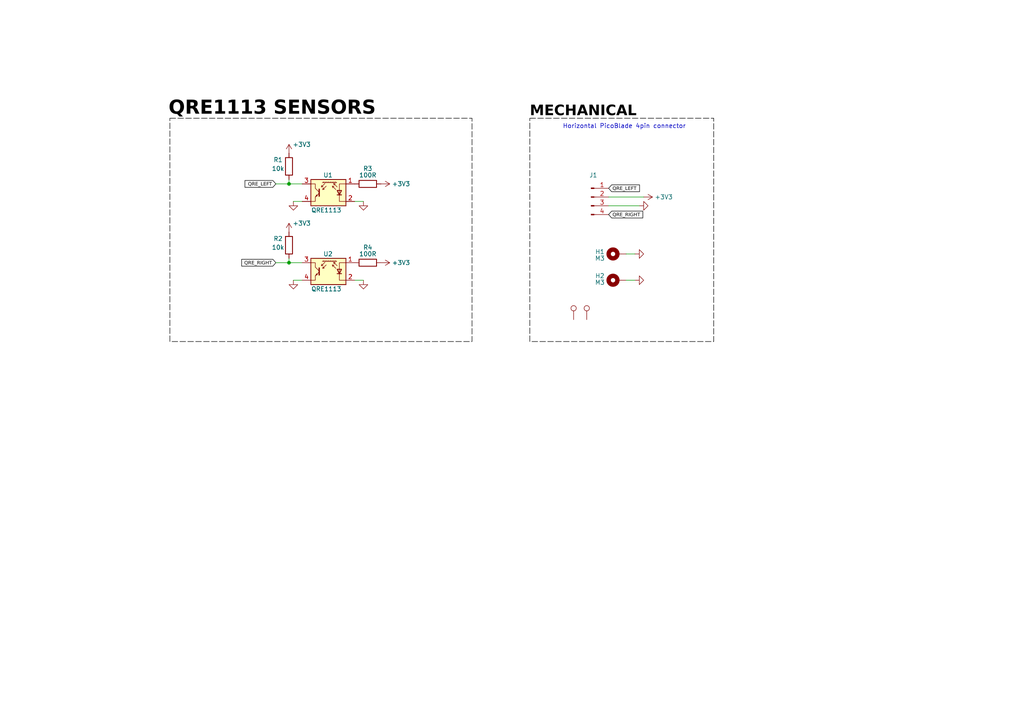
<source format=kicad_sch>
(kicad_sch (version 20250114) (generator "eeschema") (generator_version "9.0")
  (paper "A4")
  (lib_symbols
    (symbol "Connector:Conn_01x04_Pin" (pin_names (offset 1.016) (hide yes))
      (property "Reference" "J" (at 0 5.08 0))
      (property "Value" "Conn_01x04_Pin" (at 0 -7.62 0))
      (symbol "Conn_01x04_Pin_1_1"
        (rectangle (start 0.8636 2.667) (end 0 2.413) (stroke (width 0.1524)) (fill (type outline)))
        (rectangle (start 0.8636 0.127) (end 0 -0.127) (stroke (width 0.1524)) (fill (type outline)))
        (rectangle (start 0.8636 -2.413) (end 0 -2.667) (stroke (width 0.1524)) (fill (type outline)))
        (rectangle (start 0.8636 -4.953) (end 0 -5.207) (stroke (width 0.1524)) (fill (type outline)))
        (polyline (pts (xy 1.27 2.54) (xy 0.8636 2.54)) (stroke (width 0.1524)))
        (polyline (pts (xy 1.27 0) (xy 0.8636 0)) (stroke (width 0.1524)))
        (polyline (pts (xy 1.27 -2.54) (xy 0.8636 -2.54)) (stroke (width 0.1524)))
        (polyline (pts (xy 1.27 -5.08) (xy 0.8636 -5.08)) (stroke (width 0.1524)))
        (pin passive line (at 5.08 2.54 180) (length 3.81) (name "Pin_1") (number "1"))
        (pin passive line (at 5.08 0 180) (length 3.81) (name "Pin_2") (number "2"))
        (pin passive line (at 5.08 -2.54 180) (length 3.81) (name "Pin_3") (number "3"))
        (pin passive line (at 5.08 -5.08 180) (length 3.81) (name "Pin_4") (number "4"))
      )
    )
    (symbol "Connector:TestPoint" (pin_numbers (hide yes)) (pin_names (offset 0.762) (hide yes))
      (property "Reference" "TP" (at 0 6.858 0))
      (property "Value" "TestPoint" (at 0 5.08 0))
      (symbol "TestPoint_0_1"
        (circle (center 0 3.302) (radius 0.762))
      )
      (symbol "TestPoint_1_1"
        (pin passive line (at 0 0 90) (length 2.54) (name "1") (number "1"))
      )
    )
    (symbol "Device:R" (pin_numbers (hide yes)) (pin_names (offset 0))
      (property "Reference" "R" (at 2.032 0 90))
      (property "Value" "R" (at 0 0 90))
      (symbol "R_0_1"
        (rectangle (start -1.016 -2.54) (end 1.016 2.54) (stroke (width 0.254)))
      )
      (symbol "R_1_1"
        (pin passive line (at 0 3.81 270) (length 1.27) (name "~") (number "1"))
        (pin passive line (at 0 -3.81 90) (length 1.27) (name "~") (number "2"))
      )
    )
    (symbol "GND_1" (power) (pin_names (offset 0))
      (property "Value" "GND_1" (at 0 -3.81 0))
      (symbol "GND_1_0_1"
        (polyline (pts (xy 0 0) (xy 0 -1.27) (xy 1.27 -1.27) (xy 0 -2.54) (xy -1.27 -1.27) (xy 0 -1.27)))
      )
      (symbol "GND_1_1_1"
        (pin power_in line (at 0 0 270) (length 0) (hide yes) (name "GND") (number "1"))
      )
    )
    (symbol "Mechanical:MountingHole_Pad" (pin_numbers (hide yes)) (pin_names (offset 1.016) (hide yes))
      (property "Reference" "H" (at 0 6.35 0))
      (property "Value" "MountingHole_Pad" (at 0 4.445 0))
      (symbol "MountingHole_Pad_0_1"
        (circle (center 0 1.27) (radius 1.27) (stroke (width 1.27)))
      )
      (symbol "MountingHole_Pad_1_1"
        (pin input line (at 0 -2.54 90) (length 2.54) (name "1") (number "1"))
      )
    )
    (symbol "Sensor_Proximity:QRE1113" (pin_names (offset 0.0254) (hide yes))
      (property "Reference" "U" (at -3.81 5.08 0))
      (property "Value" "QRE1113" (at 8.89 5.08 0))
      (symbol "QRE1113_0_1"
        (polyline (pts (xy -5.08 -2.54) (xy -3.175 -2.54) (xy -3.175 2.54) (xy -5.08 2.54)))
        (polyline (pts (xy -5.08 -3.81) (xy 5.08 -3.81) (xy 5.08 3.81) (xy -5.08 3.81) (xy -5.08 -3.81)) (stroke (width 0.254)) (fill (type background)))
        (polyline (pts (xy -3.81 -0.635) (xy -2.54 -0.635)) (stroke (width 0.254)))
        (polyline (pts (xy -3.175 -0.635) (xy -3.81 0.635) (xy -2.54 0.635) (xy -3.175 -0.635)) (stroke (width 0.254)))
        (polyline (pts (xy -2.54 1.651) (xy -1.524 2.667) (xy -2.032 2.54)))
        (polyline (pts (xy -2.286 2.921) (xy -2.032 3.175)))
        (polyline (pts (xy -2.159 0.889) (xy -1.143 1.905) (xy -1.651 1.778)))
        (polyline (pts (xy -1.778 2.921) (xy -1.524 3.175)))
        (polyline (pts (xy -1.524 2.667) (xy -1.651 2.159)))
        (polyline (pts (xy -1.27 2.921) (xy -1.016 3.175)))
        (polyline (pts (xy -1.143 1.905) (xy -1.27 1.397)))
        (polyline (pts (xy -0.762 2.921) (xy -0.508 3.175)))
        (polyline (pts (xy -0.254 2.921) (xy 0 3.175)))
        (polyline (pts (xy 0.254 2.921) (xy 0.508 3.175)))
        (polyline (pts (xy 0.635 1.905) (xy 1.651 0.889) (xy 1.524 1.397)))
        (polyline (pts (xy 0.762 2.921) (xy 1.016 3.175)))
        (polyline (pts (xy 1.016 2.667) (xy 2.032 1.651) (xy 1.905 2.159)))
        (polyline (pts (xy 1.27 2.921) (xy 1.524 3.175)))
        (polyline (pts (xy 1.651 0.889) (xy 1.143 1.016)))
        (polyline (pts (xy 1.778 2.921) (xy -2.413 2.921)))
        (polyline (pts (xy 2.032 1.651) (xy 1.524 1.778)))
        (polyline (pts (xy 2.667 1.016) (xy 2.667 -1.016) (xy 2.667 -1.016)) (stroke (width 0.3556)))
        (polyline (pts (xy 2.667 0.127) (xy 3.81 1.27)))
        (polyline (pts (xy 2.667 -0.127) (xy 3.81 -1.27)))
        (polyline (pts (xy 3.683 -1.143) (xy 3.429 -0.635) (xy 3.175 -0.889) (xy 3.683 -1.143)))
        (polyline (pts (xy 3.81 1.27) (xy 3.81 2.54) (xy 5.08 2.54)))
        (polyline (pts (xy 3.81 -1.27) (xy 3.81 -2.54) (xy 5.08 -2.54)))
      )
      (symbol "QRE1113_1_1"
        (pin passive line (at -7.62 2.54 0) (length 2.54) (name "A") (number "1"))
        (pin passive line (at -7.62 -2.54 0) (length 2.54) (name "K") (number "2"))
        (pin open_collector line (at 7.62 2.54 180) (length 2.54) (name "~") (number "3"))
        (pin open_emitter line (at 7.62 -2.54 180) (length 2.54) (name "~") (number "4"))
      )
    )
    (symbol "power:+3V3" (power) (pin_names (offset 0))
      (property "Value" "+3V3" (at 0 3.556 0))
      (symbol "+3V3_0_1"
        (polyline (pts (xy -0.762 1.27) (xy 0 2.54)))
        (polyline (pts (xy 0 2.54) (xy 0.762 1.27)))
        (polyline (pts (xy 0 0) (xy 0 2.54)))
      )
      (symbol "+3V3_1_1"
        (pin power_in line (at 0 0 90) (length 0) (hide yes) (name "+3V3") (number "1"))
      )
    )
  )
  (rectangle (start 153.67 34.29) (end 207.01 99.06) (stroke (width 0) (type dash) (color 0 0 0 1)))
  (rectangle (start 49.276 34.29) (end 136.906 99.06) (stroke (width 0) (type dash) (color 0 0 0 1)))
  (text "QRE1113 SENSORS" (at 48.895 34.925 0) (effects (font (size 4 4) (thickness 0.6) (bold yes)) (justify left bottom)))
  (text "Horizontal PicoBlade 4pin connector" (at 163.195 37.465 0) (effects (font (size 1.27 1.27)) (justify left bottom)))
  (text "MECHANICAL" (at 153.67 34.925 0) (effects (font (size 3 3) (thickness 0.6) (bold yes)) (justify left bottom)))
  (junction (at 83.82 76.2))
  (junction (at 83.82 53.34))
  (wire (pts (xy 176.53 57.15) (xy 186.69 57.15)))
  (wire (pts (xy 105.41 58.42) (xy 102.87 58.42)))
  (wire (pts (xy 184.15 73.66) (xy 181.61 73.66)))
  (wire (pts (xy 85.09 58.42) (xy 87.63 58.42)))
  (wire (pts (xy 83.82 53.34) (xy 80.01 53.34)))
  (wire (pts (xy 185.42 59.69) (xy 176.53 59.69)))
  (wire (pts (xy 83.82 74.93) (xy 83.82 76.2)))
  (wire (pts (xy 83.82 52.07) (xy 83.82 53.34)))
  (wire (pts (xy 87.63 53.34) (xy 83.82 53.34)))
  (wire (pts (xy 184.15 81.28) (xy 181.61 81.28)))
  (wire (pts (xy 83.82 76.2) (xy 80.01 76.2)))
  (wire (pts (xy 87.63 76.2) (xy 83.82 76.2)))
  (wire (pts (xy 85.09 81.28) (xy 87.63 81.28)))
  (wire (pts (xy 105.41 81.28) (xy 102.87 81.28)))
  (global_label "QRE_RIGHT" (shape input) (at 176.53 62.23 0) (effects (font (size 1 1))) (property "Intersheetrefs" "${INTERSHEET_REFS}" (effects (hide yes))))
  (global_label "QRE_LEFT" (shape input) (at 80.01 53.34 180) (effects (font (size 1 1))) (property "Intersheetrefs" "${INTERSHEET_REFS}" (effects (hide yes))))
  (global_label "QRE_LEFT" (shape input) (at 176.53 54.61 0) (effects (font (size 1 1))) (property "Intersheetrefs" "${INTERSHEET_REFS}" (effects (hide yes))))
  (global_label "QRE_RIGHT" (shape input) (at 80.01 76.2 180) (effects (font (size 1 1))) (property "Intersheetrefs" "${INTERSHEET_REFS}" (effects (hide yes))))
  (symbol (lib_id "Connector:Conn_01x04_Pin") (at 171.45 57.15 0) (unit 1)
    (property "Reference" "J1" (at 172.085 50.8 0))
    (property "Value" "Conn_01x04_Pin" (effects (hide yes)))
    (property "Footprint" "Connector_Molex:Molex_PicoBlade_53261-0471_1x04-1MP_P1.25mm_Horizontal" (effects (hide yes)))
  )
  (symbol (lib_id "power:+3V3") (at 110.49 76.2 270) (mirror x) (unit 1)
    (property "Reference" "#PWR08" (effects (hide yes)))
    (property "Value" "+3V3" (at 113.665 76.2 90) (effects (justify left)))
  )
  (symbol (lib_name "GND_1") (lib_id "power:GND") (at 105.41 81.28 0) (mirror y) (unit 1)
    (property "Reference" "#PWR06" (effects (hide yes)))
    (property "Value" "GND" (effects (hide yes)))
  )
  (symbol (lib_id "power:+3V3") (at 83.82 44.45 0) (mirror y) (unit 1)
    (property "Reference" "#PWR01" (effects (hide yes)))
    (property "Value" "+3V3" (at 90.17 41.91 0) (effects (justify left)))
  )
  (symbol (lib_id "Device:R") (at 106.68 53.34 90) (mirror x) (unit 1)
    (property "Reference" "R3" (at 106.68 48.895 90))
    (property "Value" "100R" (at 106.68 50.8 90))
    (property "Footprint" "Resistor_SMD:R_0805_2012Metric_Pad1.20x1.40mm_HandSolder" (effects (hide yes)))
  )
  (symbol (lib_name "GND_1") (lib_id "power:GND") (at 184.15 81.28 90) (unit 1)
    (property "Reference" "#PWR010" (effects (hide yes)))
    (property "Value" "GND" (effects (hide yes)))
  )
  (symbol (lib_name "GND_1") (lib_id "power:GND") (at 85.09 81.28 0) (mirror y) (unit 1)
    (property "Reference" "#PWR04" (effects (hide yes)))
    (property "Value" "GND" (effects (hide yes)))
  )
  (symbol (lib_name "GND_1") (lib_id "power:GND") (at 85.09 58.42 0) (mirror y) (unit 1)
    (property "Reference" "#PWR03" (effects (hide yes)))
    (property "Value" "GND" (effects (hide yes)))
  )
  (symbol (lib_id "Device:R") (at 83.82 71.12 0) (mirror y) (unit 1)
    (property "Reference" "R2" (at 80.645 69.215 0))
    (property "Value" "10k" (at 80.645 71.755 0))
    (property "Footprint" "Resistor_SMD:R_0805_2012Metric_Pad1.20x1.40mm_HandSolder" (effects (hide yes)))
  )
  (symbol (lib_id "Connector:TestPoint") (at 170.18 92.71 0) (unit 1)
    (property "Reference" "TP2" (effects (hide yes)))
    (property "Value" "TestPoint" (effects (hide yes)))
    (property "Footprint" "sumec_graphic:OWO_IMG" (effects (hide yes)))
    (property "Description" "test point" (effects (hide yes)))
  )
  (symbol (lib_name "GND_1") (lib_id "power:GND") (at 184.15 73.66 90) (unit 1)
    (property "Reference" "#PWR09" (effects (hide yes)))
    (property "Value" "GND" (effects (hide yes)))
  )
  (symbol (lib_id "Connector:TestPoint") (at 166.37 92.71 0) (unit 1)
    (property "Reference" "TP1" (effects (hide yes)))
    (property "Value" "TestPoint" (effects (hide yes)))
    (property "Footprint" "sumec_graphic:BOYKISSER_IMG" (effects (hide yes)))
    (property "Description" "test point" (effects (hide yes)))
  )
  (symbol (lib_id "Mechanical:MountingHole_Pad") (at 179.07 81.28 90) (unit 1)
    (property "Reference" "H2" (at 173.99 80.01 90))
    (property "Value" "M3" (at 173.99 81.915 90))
    (property "Footprint" "MountingHole:MountingHole_3.2mm_M3_Pad_Via" (effects (hide yes)))
  )
  (symbol (lib_name "GND_1") (lib_id "power:GND") (at 105.41 58.42 0) (mirror y) (unit 1)
    (property "Reference" "#PWR05" (effects (hide yes)))
    (property "Value" "GND" (effects (hide yes)))
  )
  (symbol (lib_id "power:+3V3") (at 83.82 67.31 0) (mirror y) (unit 1)
    (property "Reference" "#PWR02" (effects (hide yes)))
    (property "Value" "+3V3" (at 90.17 64.77 0) (effects (justify left)))
  )
  (symbol (lib_id "Sensor_Proximity:QRE1113") (at 95.25 78.74 0) (mirror y) (unit 1)
    (property "Reference" "U2" (at 96.52 73.66 0) (effects (justify left)))
    (property "Value" "QRE1113" (at 99.06 83.82 0) (effects (justify left)))
    (property "Footprint" "OptoDevice:OnSemi_CASE100CY" (effects (hide yes)))
    (property "Datasheet" "http://www.onsemi.com/pub/Collateral/QRE1113-D.PDF" (effects (hide yes)))
  )
  (symbol (lib_id "power:+3V3") (at 110.49 53.34 270) (mirror x) (unit 1)
    (property "Reference" "#PWR07" (effects (hide yes)))
    (property "Value" "+3V3" (at 113.665 53.34 90) (effects (justify left)))
  )
  (symbol (lib_id "Device:R") (at 83.82 48.26 0) (mirror y) (unit 1)
    (property "Reference" "R1" (at 80.645 46.355 0))
    (property "Value" "10k" (at 80.645 48.895 0))
    (property "Footprint" "Resistor_SMD:R_0805_2012Metric_Pad1.20x1.40mm_HandSolder" (effects (hide yes)))
  )
  (symbol (lib_id "Sensor_Proximity:QRE1113") (at 95.25 55.88 0) (mirror y) (unit 1)
    (property "Reference" "U1" (at 96.52 50.8 0) (effects (justify left)))
    (property "Value" "QRE1113" (at 99.06 60.96 0) (effects (justify left)))
    (property "Footprint" "OptoDevice:OnSemi_CASE100CY" (effects (hide yes)))
    (property "Datasheet" "http://www.onsemi.com/pub/Collateral/QRE1113-D.PDF" (effects (hide yes)))
  )
  (symbol (lib_id "Mechanical:MountingHole_Pad") (at 179.07 73.66 90) (unit 1)
    (property "Reference" "H1" (at 173.99 73.025 90))
    (property "Value" "M3" (at 173.99 74.93 90))
    (property "Footprint" "MountingHole:MountingHole_3.2mm_M3_Pad_Via" (effects (hide yes)))
  )
  (symbol (lib_name "GND_1") (lib_id "power:GND") (at 185.42 59.69 90) (unit 1)
    (property "Reference" "#PWR011" (effects (hide yes)))
    (property "Value" "GND" (effects (hide yes)))
  )
  (symbol (lib_id "power:+3V3") (at 186.69 57.15 270) (unit 1)
    (property "Reference" "#PWR012" (effects (hide yes)))
    (property "Value" "+3V3" (at 189.865 57.15 90) (effects (justify left)))
  )
  (symbol (lib_id "Device:R") (at 106.68 76.2 90) (mirror x) (unit 1)
    (property "Reference" "R4" (at 106.68 71.755 90))
    (property "Value" "100R" (at 106.68 73.66 90))
    (property "Footprint" "Resistor_SMD:R_0805_2012Metric_Pad1.20x1.40mm_HandSolder" (effects (hide yes)))
  )
)
</source>
